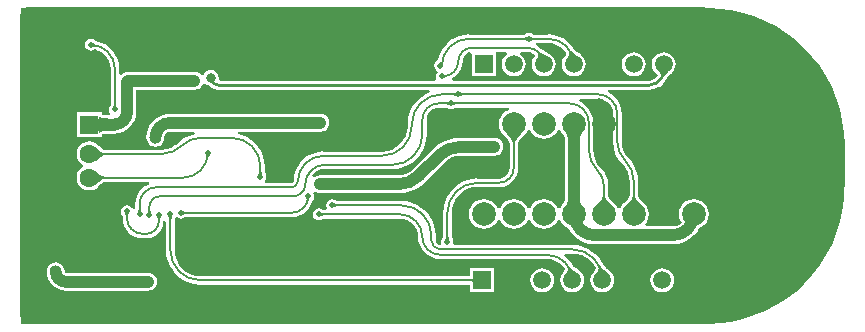
<source format=gbl>
G04 Layer_Physical_Order=2*
G04 Layer_Color=16711680*
%FSLAX25Y25*%
%MOIN*%
G70*
G01*
G75*
%ADD10C,0.03937*%
%ADD12C,0.00787*%
%ADD13C,0.01000*%
%ADD14C,0.05905*%
%ADD29C,0.07874*%
%ADD30C,0.06299*%
%ADD31R,0.06299X0.06299*%
%ADD32O,0.14961X0.11024*%
%ADD33C,0.05905*%
%ADD34R,0.05905X0.05905*%
%ADD35C,0.03150*%
%ADD36C,0.01968*%
G36*
X565591Y526739D02*
X565591Y526739D01*
X566374Y526728D01*
X569575Y526588D01*
X573522Y526069D01*
X577408Y525207D01*
X581205Y524010D01*
X584883Y522486D01*
X588415Y520648D01*
X591772Y518509D01*
X594931Y516085D01*
X597866Y513396D01*
X600555Y510461D01*
X602979Y507302D01*
X605118Y503945D01*
X606956Y500413D01*
X608480Y496735D01*
X609677Y492939D01*
X610539Y489052D01*
X611058Y485105D01*
X611231Y481156D01*
X611209Y481134D01*
X611209D01*
X611317Y480589D01*
Y467920D01*
X611261Y467430D01*
X611209Y467170D01*
X611209Y467169D01*
X611199Y466386D01*
X611058Y463165D01*
X610539Y459218D01*
X609677Y455331D01*
X608480Y451534D01*
X606956Y447856D01*
X605118Y444325D01*
X602979Y440967D01*
X600555Y437809D01*
X597866Y434873D01*
X594931Y432184D01*
X591772Y429760D01*
X588415Y427621D01*
X584883Y425783D01*
X581205Y424260D01*
X577409Y423062D01*
X573522Y422201D01*
X569575Y421681D01*
X566406Y421543D01*
X565624Y421530D01*
D01*
X564882Y421422D01*
X336622D01*
Y526848D01*
X565046D01*
X565591Y526739D01*
D02*
G37*
%LPC*%
G36*
X348252Y441967D02*
X347477Y441864D01*
X346755Y441565D01*
X346135Y441090D01*
X345659Y440470D01*
X345360Y439747D01*
X345258Y438972D01*
X345252D01*
X345377Y437710D01*
X345745Y436496D01*
X346343Y435377D01*
X347148Y434396D01*
X348129Y433591D01*
X349248Y432993D01*
X350462Y432625D01*
X351724Y432500D01*
Y432506D01*
X379000D01*
X379775Y432608D01*
X380497Y432907D01*
X381117Y433383D01*
X381593Y434003D01*
X381892Y434725D01*
X381994Y435500D01*
X381892Y436275D01*
X381593Y436997D01*
X381117Y437617D01*
X380497Y438093D01*
X379775Y438392D01*
X379000Y438494D01*
X351835D01*
X351465Y438795D01*
X351234Y439062D01*
X351144Y439747D01*
X350845Y440470D01*
X350369Y441090D01*
X349749Y441565D01*
X349027Y441864D01*
X348252Y441967D01*
D02*
G37*
G36*
X541000Y511987D02*
X539968Y511851D01*
X539007Y511453D01*
X538181Y510819D01*
X537547Y509993D01*
X537149Y509032D01*
X537013Y508000D01*
X537149Y506968D01*
X537547Y506007D01*
X538181Y505181D01*
X539007Y504547D01*
X539968Y504149D01*
X541000Y504013D01*
X542032Y504149D01*
X542993Y504547D01*
X543819Y505181D01*
X544453Y506007D01*
X544851Y506968D01*
X544987Y508000D01*
X544851Y509032D01*
X544453Y509993D01*
X543819Y510819D01*
X542993Y511453D01*
X542032Y511851D01*
X541000Y511987D01*
D02*
G37*
G36*
X550500Y439987D02*
X549468Y439851D01*
X548507Y439453D01*
X547681Y438819D01*
X547047Y437993D01*
X546649Y437032D01*
X546513Y436000D01*
X546649Y434968D01*
X547047Y434007D01*
X547681Y433181D01*
X548507Y432547D01*
X549468Y432149D01*
X550500Y432013D01*
X551532Y432149D01*
X552493Y432547D01*
X553319Y433181D01*
X553953Y434007D01*
X554351Y434968D01*
X554487Y436000D01*
X554351Y437032D01*
X553953Y437993D01*
X553319Y438819D01*
X552493Y439453D01*
X551532Y439851D01*
X550500Y439987D01*
D02*
G37*
G36*
X506000Y518523D02*
X505226Y518369D01*
X504569Y517931D01*
X504563Y517921D01*
X486000D01*
Y517926D01*
X484369Y517798D01*
X482778Y517416D01*
X481267Y516789D01*
X479872Y515935D01*
X478628Y514872D01*
X477565Y513628D01*
X476711Y512233D01*
X476084Y510722D01*
X475761Y509376D01*
X475726Y509369D01*
X475069Y508931D01*
X474631Y508274D01*
X474477Y507500D01*
X474631Y506726D01*
X475069Y506069D01*
X475105Y506045D01*
X475569Y505431D01*
X475131Y504774D01*
X474977Y504000D01*
X475113Y503317D01*
X475062Y503126D01*
X474649Y502529D01*
X403236D01*
X403149Y502565D01*
X402573Y503317D01*
X402597Y503500D01*
X402508Y504172D01*
X402249Y504799D01*
X401836Y505336D01*
X401299Y505749D01*
X400672Y506008D01*
X400000Y506097D01*
X399328Y506008D01*
X398702Y505749D01*
X398164Y505336D01*
X397751Y504799D01*
X397653Y504561D01*
X396764Y504426D01*
X396617Y504617D01*
X395997Y505093D01*
X395275Y505392D01*
X394500Y505494D01*
X372500D01*
Y505497D01*
X371625Y505382D01*
X370809Y505044D01*
X370208Y504584D01*
X369813Y504678D01*
X369421Y504904D01*
Y506500D01*
X369439D01*
X369258Y508342D01*
X368721Y510112D01*
X367848Y511744D01*
X366674Y513174D01*
X365244Y514348D01*
X363612Y515221D01*
X361842Y515758D01*
X361600Y515782D01*
X361599Y515782D01*
X361566Y515792D01*
X361542Y515802D01*
X361524Y515810D01*
X361514Y515816D01*
X361510Y515818D01*
X361495Y515834D01*
X361431Y515931D01*
X360774Y516369D01*
X360000Y516523D01*
X359226Y516369D01*
X358569Y515931D01*
X358131Y515274D01*
X357977Y514500D01*
X358131Y513726D01*
X358569Y513069D01*
X359226Y512631D01*
X360000Y512477D01*
X360774Y512631D01*
X361267Y512960D01*
X361271Y512962D01*
X361294Y512959D01*
X362521Y512586D01*
X363660Y511978D01*
X364658Y511158D01*
X365478Y510160D01*
X366087Y509021D01*
X366461Y507785D01*
X366585Y506530D01*
X366579Y506500D01*
Y494437D01*
X366569Y494431D01*
X366131Y493774D01*
X365977Y493000D01*
X366131Y492226D01*
X366485Y491696D01*
X366472Y491565D01*
X366368Y491270D01*
X366130Y490917D01*
X365224Y490947D01*
X364698Y491000D01*
X364256Y491070D01*
X363917Y491152D01*
X363690Y491235D01*
X363650Y491257D01*
Y492064D01*
X362676D01*
X362638Y492071D01*
X362599Y492064D01*
X355350D01*
Y483765D01*
X362599D01*
X362638Y483757D01*
X362676Y483765D01*
X363650D01*
Y484571D01*
X363690Y484593D01*
X363917Y484676D01*
X364256Y484758D01*
X364685Y484827D01*
X365872Y484915D01*
X366198Y484920D01*
X367777D01*
Y484910D01*
X369209Y485051D01*
X370586Y485469D01*
X371856Y486148D01*
X372969Y487061D01*
X373882Y488173D01*
X374560Y489443D01*
X374978Y490820D01*
X375119Y492253D01*
X375109D01*
Y499506D01*
X394500D01*
X395275Y499608D01*
X395997Y499907D01*
X396617Y500383D01*
X397093Y501003D01*
X397298Y501498D01*
X397966Y501679D01*
X398164Y501664D01*
X398702Y501251D01*
X399328Y500991D01*
X399389Y500983D01*
X399647Y500647D01*
X400483Y500006D01*
X401456Y499603D01*
X402500Y499466D01*
Y499471D01*
X472862D01*
X473018Y498683D01*
X471811Y498183D01*
X470282Y497246D01*
X468919Y496081D01*
X467754Y494718D01*
X466817Y493189D01*
X466130Y491532D01*
X465712Y489788D01*
X465571Y488000D01*
X465571D01*
X465569Y487213D01*
X465433Y485823D01*
X464943Y484210D01*
X464149Y482723D01*
X463080Y481421D01*
X461777Y480351D01*
X460290Y479557D01*
X458677Y479068D01*
X457063Y478908D01*
X457000Y478921D01*
X437500D01*
Y478942D01*
X435561Y478751D01*
X433696Y478185D01*
X431977Y477266D01*
X430470Y476030D01*
X429234Y474523D01*
X428315Y472804D01*
X427749Y470939D01*
X427558Y469000D01*
X427056Y468421D01*
X427038Y468413D01*
X427000Y468421D01*
X418372D01*
X418182Y468700D01*
X418023Y469208D01*
X418369Y469726D01*
X418523Y470500D01*
X418369Y471274D01*
X417931Y471931D01*
X417921Y471937D01*
Y474000D01*
X417927D01*
X417793Y475709D01*
X417393Y477377D01*
X416736Y478961D01*
X415840Y480423D01*
X414727Y481727D01*
X413423Y482840D01*
X411961Y483736D01*
X410377Y484393D01*
X409019Y484719D01*
X409112Y485506D01*
X436500D01*
X437275Y485608D01*
X437997Y485907D01*
X438617Y486383D01*
X439093Y487003D01*
X439392Y487725D01*
X439494Y488500D01*
X439392Y489275D01*
X439093Y489997D01*
X438617Y490617D01*
X437997Y491093D01*
X437275Y491392D01*
X436500Y491494D01*
X386500D01*
Y491507D01*
X384938Y491353D01*
X383436Y490898D01*
X382051Y490158D01*
X380838Y489162D01*
X379842Y487949D01*
X379102Y486564D01*
X378647Y485062D01*
X378493Y483500D01*
X378506D01*
X378608Y482725D01*
X378907Y482003D01*
X379383Y481383D01*
X380003Y480907D01*
X380725Y480608D01*
X381500Y480506D01*
X382275Y480608D01*
X382997Y480907D01*
X383617Y481383D01*
X384093Y482003D01*
X384392Y482725D01*
X384494Y483500D01*
X384494D01*
X384483Y483514D01*
X384633Y484273D01*
X385071Y484929D01*
X385727Y485366D01*
X386456Y485512D01*
X386500Y485506D01*
X394460D01*
X394589Y484750D01*
X392717Y484182D01*
X390992Y483260D01*
X389480Y482020D01*
X389480Y482020D01*
X388909Y481499D01*
X388206Y480923D01*
X386720Y480128D01*
X385107Y479639D01*
X383493Y479480D01*
X383430Y479493D01*
X364474D01*
X364391Y479513D01*
X364261Y479563D01*
X364090Y479648D01*
X363886Y479772D01*
X363670Y479923D01*
X362789Y480682D01*
X362534Y480934D01*
X362459Y481031D01*
X361593Y481696D01*
X360583Y482115D01*
X359500Y482257D01*
X358417Y482115D01*
X357407Y481696D01*
X356540Y481031D01*
X355875Y480164D01*
X355457Y479155D01*
X355315Y478072D01*
X355457Y476988D01*
X355875Y475979D01*
X356540Y475112D01*
X357215Y474595D01*
X357283Y474320D01*
Y473949D01*
X357215Y473674D01*
X356540Y473157D01*
X355875Y472290D01*
X355457Y471281D01*
X355315Y470198D01*
X355457Y469114D01*
X355875Y468105D01*
X356540Y467238D01*
X357407Y466573D01*
X358417Y466155D01*
X359500Y466012D01*
X360583Y466155D01*
X361593Y466573D01*
X362459Y467238D01*
X362534Y467335D01*
X362796Y467595D01*
X363399Y468135D01*
X363651Y468333D01*
X363886Y468497D01*
X364090Y468621D01*
X364261Y468707D01*
X364391Y468756D01*
X364474Y468777D01*
X379291D01*
X379408Y467989D01*
X379113Y467900D01*
X377915Y467260D01*
X376866Y466398D01*
X376004Y465348D01*
X375364Y464151D01*
X374970Y462851D01*
X374837Y461500D01*
X374843D01*
Y460110D01*
X374634Y459939D01*
X374522Y459915D01*
X373629Y460133D01*
X373431Y460431D01*
X372774Y460869D01*
X372000Y461023D01*
X371226Y460869D01*
X370569Y460431D01*
X370131Y459774D01*
X369977Y459000D01*
X370131Y458226D01*
X370569Y457569D01*
X370579Y457563D01*
Y456750D01*
X370574D01*
X370702Y455448D01*
X371082Y454195D01*
X371699Y453041D01*
X372530Y452030D01*
X373541Y451199D01*
X374695Y450582D01*
X375948Y450202D01*
X377250Y450074D01*
Y450079D01*
X378500D01*
Y450058D01*
X379953Y450250D01*
X381308Y450810D01*
X382470Y451703D01*
X383363Y452866D01*
X383924Y454220D01*
X384115Y455673D01*
X384115Y455673D01*
X384126Y455777D01*
X384406Y455919D01*
X385079Y455516D01*
Y446000D01*
X385071D01*
X385212Y444212D01*
X385630Y442468D01*
X386317Y440811D01*
X387254Y439282D01*
X388419Y437919D01*
X389782Y436754D01*
X391311Y435817D01*
X392968Y435130D01*
X394712Y434712D01*
X396500Y434571D01*
Y434579D01*
X486547D01*
Y432047D01*
X494453D01*
Y439953D01*
X486547D01*
Y437421D01*
X396500D01*
X396437Y437408D01*
X394823Y437568D01*
X393210Y438057D01*
X391723Y438851D01*
X390421Y439921D01*
X389351Y441223D01*
X388557Y442710D01*
X388068Y444323D01*
X387909Y445937D01*
X387921Y446000D01*
Y456563D01*
X387931Y456569D01*
X387955Y456605D01*
X388569Y457069D01*
X389226Y456631D01*
X390000Y456477D01*
X390774Y456631D01*
X391431Y457069D01*
X391437Y457079D01*
X427000D01*
Y457073D01*
X428351Y457206D01*
X429651Y457600D01*
X430849Y458240D01*
X431898Y459102D01*
X432760Y460151D01*
X433400Y461349D01*
X433634Y462119D01*
X433671Y462188D01*
X433720Y462345D01*
X433731Y462373D01*
X433745Y462404D01*
X433757Y462426D01*
X433766Y462442D01*
X433773Y462451D01*
X433775Y462453D01*
X433801Y462476D01*
X433811Y462489D01*
X433931Y462569D01*
X434369Y463226D01*
X434523Y464000D01*
X434369Y464774D01*
X434195Y465034D01*
X434778Y465580D01*
X435003Y465407D01*
X435725Y465108D01*
X436500Y465006D01*
X462358D01*
Y464991D01*
X464393Y465152D01*
X466378Y465628D01*
X468264Y466409D01*
X470004Y467476D01*
X471556Y468801D01*
X471546Y468812D01*
X478188Y475454D01*
X478213Y475487D01*
X479245Y476333D01*
X480457Y476981D01*
X481774Y477381D01*
X483101Y477511D01*
X483142Y477506D01*
X494500D01*
X495275Y477608D01*
X495997Y477907D01*
X496617Y478383D01*
X497093Y479003D01*
X497392Y479725D01*
X497494Y480500D01*
X497392Y481275D01*
X497093Y481997D01*
X496617Y482617D01*
X495997Y483093D01*
X495275Y483392D01*
X494500Y483494D01*
X483142D01*
Y483509D01*
X481107Y483348D01*
X479122Y482872D01*
X477236Y482091D01*
X475496Y481024D01*
X473944Y479699D01*
X473954Y479688D01*
X473954Y479688D01*
X467312Y473046D01*
X467287Y473013D01*
X466255Y472167D01*
X465042Y471519D01*
X463727Y471119D01*
X462399Y470989D01*
X462358Y470994D01*
X436500D01*
X435725Y470892D01*
X435003Y470593D01*
X434641Y470315D01*
X433870Y470591D01*
X433823Y470634D01*
X433805Y470839D01*
X434394Y471606D01*
X435450Y472417D01*
X436680Y472926D01*
X437937Y473092D01*
X438000Y473079D01*
X460500D01*
Y473071D01*
X462288Y473212D01*
X464032Y473630D01*
X465689Y474317D01*
X467218Y475254D01*
X468581Y476418D01*
X469746Y477782D01*
X470683Y479311D01*
X471370Y480968D01*
X471788Y482712D01*
X471929Y484500D01*
X471921D01*
Y489500D01*
X471914Y489537D01*
X472048Y490559D01*
X472457Y491546D01*
X473107Y492393D01*
X473954Y493043D01*
X474941Y493452D01*
X475963Y493586D01*
X476000Y493579D01*
X478563D01*
X478569Y493569D01*
X479226Y493131D01*
X480000Y492977D01*
X480774Y493131D01*
X481431Y493569D01*
X481437Y493579D01*
X499329D01*
X499486Y492792D01*
X498510Y492387D01*
X497479Y491596D01*
X496688Y490565D01*
X496190Y489364D01*
X496020Y488075D01*
X496190Y486786D01*
X496688Y485585D01*
X497479Y484554D01*
X497618Y484447D01*
X497960Y484104D01*
X498332Y483706D01*
X498952Y482969D01*
X499172Y482666D01*
X499346Y482391D01*
X499469Y482159D01*
X499544Y481977D01*
X499576Y481855D01*
X499579Y481825D01*
Y473500D01*
X499584Y473476D01*
X499465Y472572D01*
X499106Y471706D01*
X498536Y470964D01*
X497793Y470394D01*
X496928Y470035D01*
X496024Y469916D01*
X496000Y469921D01*
X488846D01*
Y469929D01*
X487059Y469788D01*
X485315Y469370D01*
X483658Y468683D01*
X482129Y467746D01*
X480765Y466581D01*
X479600Y465218D01*
X478663Y463689D01*
X477977Y462032D01*
X477558Y460288D01*
X477418Y458500D01*
X477425D01*
Y450283D01*
X477416Y450277D01*
X476977Y449621D01*
X476823Y448846D01*
X476886Y448531D01*
X476672Y448094D01*
X476310Y447783D01*
X476294Y447777D01*
X475893Y447856D01*
X475378Y448200D01*
X475034Y448715D01*
X474917Y449303D01*
X474921Y449322D01*
Y451000D01*
X474929D01*
X474788Y452788D01*
X474370Y454532D01*
X473683Y456189D01*
X472746Y457718D01*
X471582Y459082D01*
X470218Y460246D01*
X468689Y461183D01*
X467032Y461870D01*
X465288Y462288D01*
X463500Y462429D01*
Y462421D01*
X441937D01*
X441931Y462431D01*
X441274Y462869D01*
X440500Y463023D01*
X439726Y462869D01*
X439069Y462431D01*
X438631Y461774D01*
X438477Y461000D01*
X438631Y460226D01*
X438643Y460208D01*
X438222Y459421D01*
X437437D01*
X437431Y459431D01*
X436774Y459869D01*
X436000Y460023D01*
X435226Y459869D01*
X434569Y459431D01*
X434131Y458774D01*
X433977Y458000D01*
X434131Y457226D01*
X434569Y456569D01*
X435226Y456131D01*
X436000Y455977D01*
X436774Y456131D01*
X437431Y456569D01*
X437437Y456579D01*
X463000D01*
X463022Y456583D01*
X464187Y456469D01*
X465329Y456122D01*
X466381Y455560D01*
X467303Y454803D01*
X468060Y453881D01*
X468622Y452829D01*
X468969Y451687D01*
X469010Y451263D01*
X469070Y450500D01*
X469070D01*
X469213Y449051D01*
X469636Y447657D01*
X470323Y446372D01*
X471247Y445247D01*
X472372Y444323D01*
X473657Y443636D01*
X475051Y443213D01*
X476500Y443071D01*
Y443079D01*
X512000D01*
X512039Y443087D01*
X513383Y442954D01*
X514713Y442551D01*
X515939Y441895D01*
X517014Y441014D01*
X517896Y439939D01*
X517956Y439825D01*
X517959Y439815D01*
X517964Y439768D01*
X517958Y439678D01*
X517931Y439544D01*
X517873Y439367D01*
X517780Y439151D01*
X517649Y438900D01*
X517478Y438619D01*
X517255Y438291D01*
X517230Y438232D01*
X517047Y437993D01*
X516649Y437032D01*
X516513Y436000D01*
X516649Y434968D01*
X517047Y434007D01*
X517681Y433181D01*
X518507Y432547D01*
X519468Y432149D01*
X520500Y432013D01*
X521532Y432149D01*
X522493Y432547D01*
X523319Y433181D01*
X523953Y434007D01*
X524351Y434968D01*
X524487Y436000D01*
X524351Y437032D01*
X523953Y437993D01*
X523319Y438819D01*
X522825Y439198D01*
X522763Y439265D01*
X521655Y440058D01*
X521123Y440479D01*
X520738Y440825D01*
X520622Y440944D01*
X520547Y441034D01*
X520480Y441130D01*
X520472Y441139D01*
X520266Y441523D01*
X519030Y443030D01*
X517709Y444114D01*
X517935Y444901D01*
X520500D01*
X520563Y444914D01*
X522177Y444755D01*
X523790Y444266D01*
X525277Y443471D01*
X526580Y442402D01*
X527649Y441099D01*
X528229Y440013D01*
X528229Y439970D01*
X528212Y439868D01*
X528170Y439722D01*
X528094Y439538D01*
X527988Y439332D01*
X527628Y438780D01*
X527392Y438473D01*
X527349Y438386D01*
X527047Y437993D01*
X526649Y437032D01*
X526513Y436000D01*
X526649Y434968D01*
X527047Y434007D01*
X527681Y433181D01*
X528507Y432547D01*
X529468Y432149D01*
X530500Y432013D01*
X531532Y432149D01*
X532493Y432547D01*
X533319Y433181D01*
X533953Y434007D01*
X534351Y434968D01*
X534487Y436000D01*
X534351Y437032D01*
X533953Y437993D01*
X533319Y438819D01*
X533000Y439064D01*
X532941Y439134D01*
X532221Y439709D01*
X531656Y440198D01*
X531233Y440611D01*
X531090Y440769D01*
X530983Y440902D01*
X530919Y440996D01*
X530861Y441103D01*
X530853Y441113D01*
X530849Y441125D01*
X530837Y441139D01*
X530683Y441511D01*
X529746Y443040D01*
X528581Y444404D01*
X527218Y445569D01*
X525689Y446506D01*
X524032Y447192D01*
X522288Y447611D01*
X520500Y447751D01*
Y447743D01*
X481371D01*
X480807Y448531D01*
X480870Y448846D01*
X480716Y449621D01*
X480277Y450277D01*
X480267Y450283D01*
Y458500D01*
X480255Y458563D01*
X480414Y460177D01*
X480903Y461790D01*
X481698Y463277D01*
X482767Y464579D01*
X484070Y465649D01*
X485556Y466443D01*
X487169Y466932D01*
X488784Y467092D01*
X488846Y467079D01*
X496000D01*
Y467075D01*
X497253Y467199D01*
X498459Y467564D01*
X499569Y468158D01*
X500543Y468957D01*
X501342Y469931D01*
X501936Y471041D01*
X502301Y472247D01*
X502425Y473500D01*
X502421D01*
Y481825D01*
X502424Y481855D01*
X502457Y481977D01*
X502531Y482159D01*
X502654Y482391D01*
X502828Y482666D01*
X503042Y482961D01*
X504053Y484116D01*
X504382Y484447D01*
X504521Y484554D01*
X505312Y485585D01*
X505574Y486216D01*
X506426D01*
X506687Y485585D01*
X507479Y484554D01*
X508510Y483763D01*
X509711Y483265D01*
X511000Y483095D01*
X512289Y483265D01*
X513490Y483763D01*
X514521Y484554D01*
X515312Y485585D01*
X515574Y486216D01*
X516426D01*
X516687Y485585D01*
X517479Y484554D01*
X517578Y484478D01*
X517588Y484467D01*
X517652Y484373D01*
X517719Y484244D01*
X517786Y484078D01*
X517849Y483874D01*
X517904Y483632D01*
X517948Y483364D01*
X518005Y482675D01*
X518006Y482618D01*
Y463710D01*
X517982Y463102D01*
X517950Y462798D01*
X517904Y462518D01*
X517849Y462276D01*
X517786Y462072D01*
X517719Y461906D01*
X517652Y461777D01*
X517588Y461683D01*
X517578Y461672D01*
X517479Y461596D01*
X516687Y460565D01*
X516426Y459934D01*
X515574D01*
X515312Y460565D01*
X514521Y461596D01*
X513490Y462388D01*
X512289Y462885D01*
X511000Y463055D01*
X509711Y462885D01*
X508510Y462388D01*
X507479Y461596D01*
X506687Y460565D01*
X506426Y459934D01*
X505574D01*
X505312Y460565D01*
X504521Y461596D01*
X503490Y462388D01*
X502289Y462885D01*
X501000Y463055D01*
X499711Y462885D01*
X498510Y462388D01*
X497479Y461596D01*
X496688Y460565D01*
X496426Y459934D01*
X495574D01*
X495312Y460565D01*
X494521Y461596D01*
X493490Y462388D01*
X492289Y462885D01*
X491000Y463055D01*
X489711Y462885D01*
X488510Y462388D01*
X487479Y461596D01*
X486688Y460565D01*
X486190Y459364D01*
X486020Y458075D01*
X486190Y456786D01*
X486688Y455585D01*
X487479Y454554D01*
X488510Y453762D01*
X489711Y453265D01*
X491000Y453095D01*
X492289Y453265D01*
X493490Y453762D01*
X494521Y454554D01*
X495312Y455585D01*
X495574Y456216D01*
X496426D01*
X496688Y455585D01*
X497479Y454554D01*
X498510Y453762D01*
X499711Y453265D01*
X501000Y453095D01*
X502289Y453265D01*
X503490Y453762D01*
X504521Y454554D01*
X505312Y455585D01*
X505574Y456216D01*
X506426D01*
X506687Y455585D01*
X507479Y454554D01*
X508510Y453762D01*
X509711Y453265D01*
X511000Y453095D01*
X512289Y453265D01*
X513490Y453762D01*
X514521Y454554D01*
X515312Y455585D01*
X515574Y456216D01*
X516426D01*
X516687Y455585D01*
X517479Y454554D01*
X518510Y453762D01*
X519129Y453506D01*
X519684Y452468D01*
X520939Y450939D01*
X522468Y449684D01*
X524213Y448751D01*
X526106Y448177D01*
X528075Y447983D01*
Y448006D01*
X553925D01*
Y447983D01*
X555894Y448177D01*
X557787Y448751D01*
X559532Y449684D01*
X561061Y450939D01*
X562316Y452468D01*
X562871Y453506D01*
X563490Y453762D01*
X564521Y454554D01*
X565312Y455585D01*
X565810Y456786D01*
X565980Y458075D01*
X565810Y459364D01*
X565312Y460565D01*
X564521Y461596D01*
X563490Y462388D01*
X562289Y462885D01*
X561000Y463055D01*
X559711Y462885D01*
X558510Y462388D01*
X557479Y461596D01*
X556687Y460565D01*
X556190Y459364D01*
X556020Y458075D01*
X556190Y456786D01*
X556687Y455585D01*
X556908Y455298D01*
X556818Y455182D01*
X555971Y454532D01*
X554984Y454123D01*
X553965Y453989D01*
X553925Y453994D01*
X545007D01*
X544696Y454781D01*
X545312Y455585D01*
X545810Y456786D01*
X545980Y458075D01*
X545810Y459364D01*
X545312Y460565D01*
X544521Y461596D01*
X544382Y461702D01*
X544040Y462046D01*
X543668Y462444D01*
X543048Y463181D01*
X542828Y463484D01*
X542654Y463759D01*
X542531Y463991D01*
X542456Y464173D01*
X542424Y464295D01*
X542421Y464325D01*
Y468858D01*
X542429D01*
X542288Y470646D01*
X541870Y472390D01*
X541183Y474047D01*
X540246Y475576D01*
X539081Y476939D01*
X539081Y476939D01*
X538579Y477519D01*
X538150Y478042D01*
X537469Y479316D01*
X537050Y480698D01*
X536912Y482093D01*
X536921Y482136D01*
Y491500D01*
X536932D01*
X536779Y493047D01*
X536328Y494535D01*
X535595Y495907D01*
X534609Y497109D01*
X533407Y498095D01*
X532306Y498683D01*
X532504Y499471D01*
X546000D01*
Y499469D01*
X547274Y499594D01*
X548499Y499966D01*
X549163Y500320D01*
X549206Y500329D01*
X549314Y500401D01*
X549629Y500569D01*
X550618Y501382D01*
X551431Y502371D01*
X551885Y503220D01*
X551916Y503262D01*
X552010Y503452D01*
X552099Y503608D01*
X552196Y503758D01*
X552302Y503902D01*
X552417Y504040D01*
X552541Y504173D01*
X552676Y504301D01*
X552821Y504424D01*
X552973Y504539D01*
X552993Y504547D01*
X553061Y504599D01*
X553168Y504671D01*
X553206Y504710D01*
X553257Y504749D01*
X553293Y504772D01*
X553302Y504784D01*
X553819Y505181D01*
X554453Y506007D01*
X554851Y506968D01*
X554987Y508000D01*
X554851Y509032D01*
X554453Y509993D01*
X553819Y510819D01*
X552993Y511453D01*
X552032Y511851D01*
X551000Y511987D01*
X549968Y511851D01*
X549007Y511453D01*
X548181Y510819D01*
X547547Y509993D01*
X547149Y509032D01*
X547013Y508000D01*
X547149Y506968D01*
X547547Y506007D01*
X548181Y505181D01*
X548503Y504934D01*
X548511Y504920D01*
X548572Y504877D01*
X548620Y504820D01*
X548808Y504671D01*
X548924Y504561D01*
X548999Y504472D01*
X549040Y504409D01*
X549055Y504375D01*
X549057Y504366D01*
X549057Y504366D01*
X549017Y504268D01*
X549012Y504258D01*
X548461Y503539D01*
X547818Y503047D01*
X547740Y502986D01*
X546901Y502639D01*
X546028Y502524D01*
X546000Y502529D01*
X480628D01*
X480431Y503317D01*
X481069Y503658D01*
X482043Y504457D01*
X482842Y505431D01*
X483436Y506541D01*
X483801Y507747D01*
X483925Y509000D01*
X483925D01*
X484016Y509750D01*
X484022Y509798D01*
X484330Y510541D01*
X484820Y511180D01*
X485459Y511670D01*
X486202Y511978D01*
X486274Y511987D01*
X487047Y511295D01*
Y504047D01*
X494953D01*
Y511292D01*
X494953Y511953D01*
X495688Y512079D01*
X498533D01*
X498797Y511292D01*
X498181Y510819D01*
X497547Y509993D01*
X497149Y509032D01*
X497013Y508000D01*
X497149Y506968D01*
X497547Y506007D01*
X498181Y505181D01*
X499007Y504547D01*
X499968Y504149D01*
X501000Y504013D01*
X502032Y504149D01*
X502993Y504547D01*
X503819Y505181D01*
X504453Y506007D01*
X504851Y506968D01*
X504987Y508000D01*
X504851Y509032D01*
X504453Y509993D01*
X503819Y510819D01*
X503203Y511292D01*
X503467Y512079D01*
X505500D01*
X505537Y512086D01*
X506559Y511952D01*
X507546Y511543D01*
X508015Y511183D01*
X508015Y511123D01*
X507994Y510989D01*
X507943Y510802D01*
X507855Y510569D01*
X507727Y510296D01*
X507602Y510065D01*
X507547Y509993D01*
X507149Y509032D01*
X507013Y508000D01*
X507149Y506968D01*
X507547Y506007D01*
X508181Y505181D01*
X509007Y504547D01*
X509968Y504149D01*
X511000Y504013D01*
X512032Y504149D01*
X512993Y504547D01*
X513819Y505181D01*
X514453Y506007D01*
X514851Y506968D01*
X514987Y508000D01*
X514851Y509032D01*
X514453Y509993D01*
X513819Y510819D01*
X512993Y511453D01*
X512877Y511501D01*
X512420Y511748D01*
X510706Y512725D01*
X510345Y512958D01*
X510255Y513024D01*
X510182Y513085D01*
X510149Y513103D01*
X509348Y513760D01*
X508353Y514292D01*
X508551Y515079D01*
X512500D01*
X512538Y515087D01*
X513883Y514954D01*
X515213Y514551D01*
X516439Y513896D01*
X517514Y513014D01*
X518396Y511939D01*
X518456Y511825D01*
X518460Y511815D01*
X518464Y511767D01*
X518458Y511679D01*
X518431Y511544D01*
X518373Y511367D01*
X518280Y511151D01*
X518149Y510900D01*
X517978Y510619D01*
X517755Y510291D01*
X517730Y510232D01*
X517547Y509993D01*
X517149Y509032D01*
X517013Y508000D01*
X517149Y506968D01*
X517547Y506007D01*
X518181Y505181D01*
X519007Y504547D01*
X519968Y504149D01*
X521000Y504013D01*
X522032Y504149D01*
X522993Y504547D01*
X523819Y505181D01*
X524453Y506007D01*
X524851Y506968D01*
X524987Y508000D01*
X524851Y509032D01*
X524453Y509993D01*
X523819Y510819D01*
X523325Y511198D01*
X523263Y511265D01*
X522155Y512058D01*
X521623Y512479D01*
X521238Y512825D01*
X521122Y512944D01*
X521047Y513033D01*
X520980Y513130D01*
X520972Y513139D01*
X520766Y513523D01*
X519530Y515030D01*
X518023Y516266D01*
X516304Y517185D01*
X514439Y517751D01*
X512500Y517942D01*
Y517921D01*
X507437D01*
X507431Y517931D01*
X506774Y518369D01*
X506000Y518523D01*
D02*
G37*
G36*
X510500Y439987D02*
X509468Y439851D01*
X508507Y439453D01*
X507681Y438819D01*
X507047Y437993D01*
X506649Y437032D01*
X506513Y436000D01*
X506649Y434968D01*
X507047Y434007D01*
X507681Y433181D01*
X508507Y432547D01*
X509468Y432149D01*
X510500Y432013D01*
X511532Y432149D01*
X512493Y432547D01*
X513319Y433181D01*
X513953Y434007D01*
X514351Y434968D01*
X514487Y436000D01*
X514351Y437032D01*
X513953Y437993D01*
X513319Y438819D01*
X512493Y439453D01*
X511532Y439851D01*
X510500Y439987D01*
D02*
G37*
%LPD*%
G36*
X376660Y459395D02*
X376669Y459301D01*
X376684Y459211D01*
X376705Y459126D01*
X376731Y459045D01*
X376764Y458968D01*
X376802Y458895D01*
X376847Y458827D01*
X376897Y458763D01*
X376953Y458703D01*
X375575D01*
X375631Y458763D01*
X375681Y458827D01*
X375725Y458895D01*
X375764Y458968D01*
X375796Y459045D01*
X375823Y459126D01*
X375844Y459211D01*
X375858Y459301D01*
X375867Y459395D01*
X375870Y459493D01*
X376658D01*
X376660Y459395D01*
D02*
G37*
G36*
X530320Y496426D02*
X531550Y495917D01*
X532606Y495106D01*
X533417Y494050D01*
X533926Y492820D01*
X534092Y491563D01*
X534079Y491500D01*
Y482136D01*
X534057D01*
X534254Y480142D01*
X534835Y478225D01*
X535780Y476458D01*
X537051Y474909D01*
X537051Y474909D01*
X537572Y474337D01*
X538149Y473634D01*
X538943Y472148D01*
X539432Y470535D01*
X539592Y468921D01*
X539579Y468858D01*
Y464325D01*
X539576Y464295D01*
X539543Y464173D01*
X539469Y463991D01*
X539346Y463759D01*
X539172Y463484D01*
X538958Y463189D01*
X537947Y462034D01*
X537618Y461702D01*
X537479Y461596D01*
X536688Y460565D01*
X536426Y459934D01*
X535574D01*
X535313Y460565D01*
X534521Y461596D01*
X534382Y461702D01*
X534040Y462046D01*
X533668Y462444D01*
X533048Y463181D01*
X532828Y463484D01*
X532654Y463759D01*
X532531Y463991D01*
X532456Y464173D01*
X532424Y464295D01*
X532421Y464325D01*
Y467672D01*
X532434D01*
X532275Y469283D01*
X531805Y470833D01*
X531041Y472262D01*
X530014Y473514D01*
X530014Y473514D01*
X529492Y474085D01*
X528851Y474865D01*
X528057Y476352D01*
X527567Y477965D01*
X527409Y479579D01*
X527421Y479642D01*
Y488500D01*
X527432D01*
X527280Y490047D01*
X526828Y491535D01*
X526095Y492907D01*
X525109Y494109D01*
X523907Y495095D01*
X522604Y495792D01*
X522577Y495870D01*
X522945Y496579D01*
X529000D01*
X529063Y496592D01*
X530320Y496426D01*
D02*
G37*
G36*
X390763Y459133D02*
X390827Y459083D01*
X390896Y459038D01*
X390968Y459000D01*
X391045Y458967D01*
X391126Y458941D01*
X391211Y458920D01*
X391301Y458906D01*
X391395Y458897D01*
X391493Y458894D01*
Y458106D01*
X391395Y458103D01*
X391301Y458095D01*
X391211Y458080D01*
X391126Y458059D01*
X391045Y458033D01*
X390968Y458000D01*
X390896Y457962D01*
X390827Y457917D01*
X390763Y457867D01*
X390703Y457811D01*
Y459189D01*
X390763Y459133D01*
D02*
G37*
G36*
X379920Y459111D02*
X379929Y459018D01*
X379944Y458928D01*
X379965Y458843D01*
X379991Y458762D01*
X380024Y458685D01*
X380062Y458612D01*
X380106Y458544D01*
X380156Y458479D01*
X380213Y458419D01*
X378835D01*
X378891Y458479D01*
X378941Y458544D01*
X378985Y458612D01*
X379024Y458685D01*
X379056Y458762D01*
X379083Y458843D01*
X379103Y458928D01*
X379118Y459018D01*
X379127Y459111D01*
X379130Y459209D01*
X379917D01*
X379920Y459111D01*
D02*
G37*
G36*
X531417Y464112D02*
X531488Y463847D01*
X531606Y463558D01*
X531772Y463246D01*
X531984Y462911D01*
X532244Y462553D01*
X532905Y461766D01*
X533307Y461338D01*
X533756Y460887D01*
X528244D01*
X528693Y461338D01*
X529756Y462553D01*
X530016Y462911D01*
X530228Y463246D01*
X530394Y463558D01*
X530512Y463847D01*
X530583Y464112D01*
X530606Y464355D01*
X531394D01*
X531417Y464112D01*
D02*
G37*
G36*
X541417D02*
X541488Y463847D01*
X541606Y463558D01*
X541772Y463246D01*
X541984Y462911D01*
X542244Y462553D01*
X542906Y461766D01*
X543307Y461338D01*
X543756Y460887D01*
X538244D01*
X538693Y461338D01*
X539756Y462553D01*
X540016Y462911D01*
X540228Y463246D01*
X540394Y463558D01*
X540512Y463847D01*
X540583Y464112D01*
X540606Y464355D01*
X541394D01*
X541417Y464112D01*
D02*
G37*
G36*
X441263Y461633D02*
X441327Y461583D01*
X441396Y461538D01*
X441468Y461500D01*
X441545Y461468D01*
X441626Y461441D01*
X441711Y461420D01*
X441801Y461406D01*
X441895Y461397D01*
X441993Y461394D01*
Y460606D01*
X441895Y460603D01*
X441801Y460595D01*
X441711Y460580D01*
X441626Y460559D01*
X441545Y460533D01*
X441468Y460500D01*
X441396Y460462D01*
X441327Y460417D01*
X441263Y460367D01*
X441203Y460311D01*
Y461689D01*
X441263Y461633D01*
D02*
G37*
G36*
X522976Y463423D02*
X523039Y462661D01*
X523095Y462323D01*
X523165Y462012D01*
X523252Y461731D01*
X523354Y461477D01*
X523472Y461252D01*
X523606Y461055D01*
X523756Y460887D01*
X518244D01*
X518394Y461055D01*
X518528Y461252D01*
X518646Y461477D01*
X518748Y461731D01*
X518835Y462012D01*
X518905Y462323D01*
X518961Y462661D01*
X519000Y463028D01*
X519031Y463847D01*
X522968D01*
X522976Y463423D01*
D02*
G37*
G36*
X530047Y440465D02*
X530163Y440295D01*
X530314Y440107D01*
X530498Y439904D01*
X530966Y439447D01*
X531568Y438925D01*
X532305Y438337D01*
X528200Y437851D01*
X528460Y438190D01*
X528870Y438819D01*
X529020Y439110D01*
X529133Y439384D01*
X529209Y439642D01*
X529248Y439885D01*
X529250Y440111D01*
X529215Y440322D01*
X529143Y440516D01*
X529964Y440620D01*
X530047Y440465D01*
D02*
G37*
G36*
X479243Y450241D02*
X479252Y450147D01*
X479267Y450058D01*
X479287Y449973D01*
X479314Y449892D01*
X479347Y449815D01*
X479385Y449742D01*
X479429Y449674D01*
X479479Y449609D01*
X479535Y449549D01*
X478158D01*
X478214Y449609D01*
X478264Y449674D01*
X478308Y449742D01*
X478346Y449815D01*
X478379Y449892D01*
X478406Y449973D01*
X478426Y450058D01*
X478441Y450147D01*
X478450Y450241D01*
X478453Y450339D01*
X479240D01*
X479243Y450241D01*
D02*
G37*
G36*
X487571Y435213D02*
X487563Y435287D01*
X487539Y435354D01*
X487499Y435413D01*
X487443Y435465D01*
X487371Y435508D01*
X487284Y435543D01*
X487180Y435571D01*
X487060Y435591D01*
X486924Y435602D01*
X486772Y435606D01*
Y436394D01*
X486924Y436398D01*
X487060Y436410D01*
X487180Y436429D01*
X487284Y436457D01*
X487371Y436492D01*
X487443Y436535D01*
X487499Y436587D01*
X487539Y436646D01*
X487563Y436713D01*
X487571Y436787D01*
Y435213D01*
D02*
G37*
G36*
X519735Y440415D02*
X519865Y440260D01*
X520030Y440090D01*
X520466Y439699D01*
X521042Y439243D01*
X522169Y438436D01*
X518098Y437718D01*
X518336Y438067D01*
X518537Y438399D01*
X518701Y438712D01*
X518828Y439007D01*
X518918Y439284D01*
X518971Y439542D01*
X518987Y439783D01*
X518965Y440005D01*
X518907Y440209D01*
X518812Y440394D01*
X519640Y440553D01*
X519735Y440415D01*
D02*
G37*
G36*
X436763Y458633D02*
X436827Y458583D01*
X436896Y458538D01*
X436968Y458500D01*
X437045Y458467D01*
X437126Y458441D01*
X437211Y458420D01*
X437301Y458405D01*
X437395Y458397D01*
X437493Y458394D01*
Y457606D01*
X437395Y457603D01*
X437301Y457594D01*
X437211Y457580D01*
X437126Y457559D01*
X437045Y457533D01*
X436968Y457500D01*
X436896Y457462D01*
X436827Y457417D01*
X436763Y457367D01*
X436703Y457311D01*
Y458689D01*
X436763Y458633D01*
D02*
G37*
G36*
X372633Y458237D02*
X372583Y458173D01*
X372538Y458105D01*
X372500Y458032D01*
X372467Y457955D01*
X372441Y457874D01*
X372420Y457789D01*
X372406Y457699D01*
X372397Y457605D01*
X372394Y457507D01*
X371606D01*
X371603Y457605D01*
X371595Y457699D01*
X371580Y457789D01*
X371559Y457874D01*
X371533Y457955D01*
X371500Y458032D01*
X371462Y458105D01*
X371417Y458173D01*
X371367Y458237D01*
X371311Y458297D01*
X372689D01*
X372633Y458237D01*
D02*
G37*
G36*
X383306Y456954D02*
X383256Y456889D01*
X383212Y456821D01*
X383173Y456748D01*
X383141Y456671D01*
X383114Y456590D01*
X383094Y456505D01*
X383079Y456416D01*
X383070Y456322D01*
X383067Y456224D01*
X382279D01*
X382277Y456322D01*
X382268Y456416D01*
X382253Y456505D01*
X382232Y456590D01*
X382206Y456671D01*
X382173Y456748D01*
X382135Y456821D01*
X382090Y456889D01*
X382040Y456954D01*
X381984Y457014D01*
X383362D01*
X383306Y456954D01*
D02*
G37*
G36*
X387133Y457237D02*
X387083Y457173D01*
X387038Y457104D01*
X387000Y457032D01*
X386967Y456955D01*
X386941Y456874D01*
X386920Y456789D01*
X386906Y456699D01*
X386897Y456605D01*
X386894Y456507D01*
X386106D01*
X386103Y456605D01*
X386094Y456699D01*
X386080Y456789D01*
X386059Y456874D01*
X386033Y456955D01*
X386000Y457032D01*
X385962Y457104D01*
X385917Y457173D01*
X385867Y457237D01*
X385811Y457297D01*
X387189D01*
X387133Y457237D01*
D02*
G37*
G36*
X433123Y463238D02*
X433067Y463188D01*
X433013Y463132D01*
X432963Y463071D01*
X432915Y463004D01*
X432871Y462932D01*
X432830Y462855D01*
X432792Y462772D01*
X432758Y462684D01*
X432697Y462492D01*
X431899Y462559D01*
X431922Y462651D01*
X431937Y462741D01*
X431943Y462828D01*
X431941Y462912D01*
X431931Y462993D01*
X431912Y463072D01*
X431884Y463149D01*
X431848Y463222D01*
X431804Y463293D01*
X431751Y463362D01*
X433123Y463238D01*
D02*
G37*
G36*
X552595Y505515D02*
X552383Y505371D01*
X552183Y505219D01*
X551995Y505059D01*
X551818Y504891D01*
X551652Y504715D01*
X551499Y504531D01*
X551357Y504338D01*
X551227Y504138D01*
X551109Y503929D01*
X551002Y503713D01*
X549909Y503771D01*
X550002Y503963D01*
X550059Y504154D01*
X550081Y504343D01*
X550068Y504530D01*
X550020Y504715D01*
X549937Y504899D01*
X549819Y505081D01*
X549666Y505262D01*
X549478Y505441D01*
X549254Y505618D01*
X552595Y505515D01*
D02*
G37*
G36*
X477450Y508481D02*
X477440Y508386D01*
X477424Y508049D01*
X477425Y507976D01*
X477436Y507844D01*
X477446Y507785D01*
X477457Y507730D01*
X476307Y508465D01*
X476373Y508483D01*
X476433Y508511D01*
X476489Y508547D01*
X476540Y508593D01*
X476585Y508647D01*
X476625Y508711D01*
X476661Y508784D01*
X476691Y508866D01*
X476716Y508957D01*
X476736Y509057D01*
X477450Y508481D01*
D02*
G37*
G36*
X477751Y504648D02*
X477820Y504598D01*
X477891Y504557D01*
X477966Y504524D01*
X478043Y504499D01*
X478124Y504482D01*
X478208Y504474D01*
X478295Y504474D01*
X478385Y504482D01*
X478478Y504499D01*
X478494Y503699D01*
X478393Y503677D01*
X478206Y503624D01*
X478121Y503593D01*
X478041Y503557D01*
X477966Y503518D01*
X477896Y503476D01*
X477832Y503430D01*
X477773Y503381D01*
X477719Y503328D01*
X477686Y504705D01*
X477751Y504648D01*
D02*
G37*
G36*
X481797Y497311D02*
X481737Y497367D01*
X481673Y497417D01*
X481604Y497462D01*
X481532Y497500D01*
X481455Y497533D01*
X481374Y497559D01*
X481289Y497580D01*
X481199Y497594D01*
X481105Y497603D01*
X481007Y497606D01*
Y498394D01*
X481105Y498397D01*
X481199Y498406D01*
X481289Y498420D01*
X481374Y498441D01*
X481455Y498467D01*
X481532Y498500D01*
X481604Y498538D01*
X481673Y498583D01*
X481737Y498633D01*
X481797Y498689D01*
Y497311D01*
D02*
G37*
G36*
X483263Y498633D02*
X483327Y498583D01*
X483395Y498538D01*
X483468Y498500D01*
X483545Y498467D01*
X483626Y498441D01*
X483711Y498420D01*
X483801Y498406D01*
X483895Y498397D01*
X483993Y498394D01*
Y497606D01*
X483895Y497603D01*
X483801Y497594D01*
X483711Y497580D01*
X483626Y497559D01*
X483545Y497533D01*
X483468Y497500D01*
X483395Y497462D01*
X483327Y497417D01*
X483263Y497367D01*
X483203Y497311D01*
Y498689D01*
X483263Y498633D01*
D02*
G37*
G36*
X505297Y515811D02*
X505237Y515867D01*
X505173Y515917D01*
X505104Y515962D01*
X505032Y516000D01*
X504955Y516033D01*
X504874Y516059D01*
X504789Y516080D01*
X504699Y516094D01*
X504605Y516103D01*
X504507Y516106D01*
Y516894D01*
X504605Y516897D01*
X504699Y516905D01*
X504789Y516920D01*
X504874Y516941D01*
X504955Y516967D01*
X505032Y517000D01*
X505104Y517038D01*
X505173Y517083D01*
X505237Y517133D01*
X505297Y517189D01*
Y515811D01*
D02*
G37*
G36*
X506763Y517133D02*
X506827Y517083D01*
X506895Y517038D01*
X506968Y517000D01*
X507045Y516967D01*
X507126Y516941D01*
X507211Y516920D01*
X507301Y516905D01*
X507395Y516897D01*
X507493Y516894D01*
Y516106D01*
X507395Y516103D01*
X507301Y516094D01*
X507211Y516080D01*
X507126Y516059D01*
X507045Y516033D01*
X506968Y516000D01*
X506895Y515962D01*
X506827Y515917D01*
X506763Y515867D01*
X506703Y515811D01*
Y517189D01*
X506763Y517133D01*
D02*
G37*
G36*
X360798Y515088D02*
X360856Y515035D01*
X360920Y514986D01*
X360988Y514941D01*
X361062Y514900D01*
X361141Y514864D01*
X361225Y514831D01*
X361314Y514803D01*
X361408Y514778D01*
X361507Y514757D01*
X361461Y513965D01*
X361367Y513980D01*
X361276Y513987D01*
X361187Y513986D01*
X361102Y513978D01*
X361020Y513963D01*
X360942Y513939D01*
X360866Y513908D01*
X360794Y513870D01*
X360725Y513823D01*
X360659Y513769D01*
X360744Y515144D01*
X360798Y515088D01*
D02*
G37*
G36*
X509627Y512219D02*
X509768Y512117D01*
X510176Y511853D01*
X511925Y510857D01*
X512400Y510600D01*
X508443Y509477D01*
X508638Y509837D01*
X508795Y510173D01*
X508913Y510486D01*
X508993Y510775D01*
X509034Y511041D01*
X509036Y511282D01*
X508999Y511501D01*
X508924Y511695D01*
X508810Y511866D01*
X508658Y512013D01*
X509528Y512303D01*
X509627Y512219D01*
D02*
G37*
G36*
X520235Y512415D02*
X520365Y512260D01*
X520530Y512090D01*
X520966Y511699D01*
X521542Y511243D01*
X522669Y510436D01*
X518598Y509718D01*
X518836Y510067D01*
X519037Y510399D01*
X519201Y510712D01*
X519328Y511007D01*
X519418Y511284D01*
X519471Y511543D01*
X519487Y511783D01*
X519465Y512005D01*
X519407Y512209D01*
X519312Y512395D01*
X520140Y512553D01*
X520235Y512415D01*
D02*
G37*
G36*
X399646Y477694D02*
X399589Y477640D01*
X399536Y477582D01*
X399487Y477518D01*
X399443Y477449D01*
X399402Y477375D01*
X399366Y477296D01*
X399334Y477212D01*
X399305Y477123D01*
X399281Y477029D01*
X399261Y476930D01*
X398469Y476974D01*
X398483Y477069D01*
X398490Y477161D01*
X398489Y477249D01*
X398481Y477334D01*
X398465Y477416D01*
X398441Y477494D01*
X398410Y477570D01*
X398371Y477642D01*
X398324Y477711D01*
X398270Y477776D01*
X399646Y477694D01*
D02*
G37*
G36*
X503307Y484812D02*
X502244Y483597D01*
X501984Y483239D01*
X501772Y482904D01*
X501606Y482592D01*
X501488Y482303D01*
X501417Y482038D01*
X501394Y481796D01*
X500606D01*
X500583Y482038D01*
X500512Y482303D01*
X500394Y482592D01*
X500228Y482904D01*
X500016Y483239D01*
X499756Y483597D01*
X499094Y484384D01*
X498693Y484812D01*
X498244Y485263D01*
X503756D01*
X503307Y484812D01*
D02*
G37*
G36*
X362097Y479932D02*
X363044Y479117D01*
X363328Y478918D01*
X363597Y478755D01*
X363850Y478628D01*
X364087Y478538D01*
X364309Y478483D01*
X364515Y478465D01*
Y477678D01*
X364309Y477660D01*
X364087Y477605D01*
X363850Y477515D01*
X363597Y477388D01*
X363328Y477225D01*
X363044Y477026D01*
X362744Y476791D01*
X362097Y476211D01*
X361749Y475867D01*
Y480276D01*
X362097Y479932D01*
D02*
G37*
G36*
Y472058D02*
X363044Y471243D01*
X363328Y471044D01*
X363597Y470881D01*
X363850Y470754D01*
X364087Y470664D01*
X364309Y470609D01*
X364515Y470591D01*
Y469804D01*
X364309Y469786D01*
X364087Y469732D01*
X363850Y469641D01*
X363597Y469514D01*
X363328Y469351D01*
X363044Y469152D01*
X362744Y468917D01*
X362097Y468337D01*
X361749Y467993D01*
Y472402D01*
X362097Y472058D01*
D02*
G37*
G36*
X416897Y471895D02*
X416905Y471801D01*
X416920Y471711D01*
X416941Y471626D01*
X416967Y471545D01*
X417000Y471468D01*
X417038Y471395D01*
X417083Y471327D01*
X417133Y471263D01*
X417189Y471203D01*
X415811D01*
X415867Y471263D01*
X415917Y471327D01*
X415962Y471395D01*
X416000Y471468D01*
X416033Y471545D01*
X416059Y471626D01*
X416080Y471711D01*
X416094Y471801D01*
X416103Y471895D01*
X416106Y471993D01*
X416894D01*
X416897Y471895D01*
D02*
G37*
G36*
X479297Y494311D02*
X479237Y494367D01*
X479173Y494417D01*
X479105Y494462D01*
X479032Y494500D01*
X478955Y494532D01*
X478874Y494559D01*
X478789Y494580D01*
X478699Y494594D01*
X478605Y494603D01*
X478507Y494606D01*
Y495394D01*
X478605Y495397D01*
X478699Y495405D01*
X478789Y495420D01*
X478874Y495441D01*
X478955Y495468D01*
X479032Y495500D01*
X479105Y495538D01*
X479173Y495583D01*
X479237Y495633D01*
X479297Y495689D01*
Y494311D01*
D02*
G37*
G36*
X480763Y495633D02*
X480827Y495583D01*
X480896Y495538D01*
X480968Y495500D01*
X481045Y495468D01*
X481126Y495441D01*
X481211Y495420D01*
X481301Y495405D01*
X481395Y495397D01*
X481493Y495394D01*
Y494606D01*
X481395Y494603D01*
X481301Y494594D01*
X481211Y494580D01*
X481126Y494559D01*
X481045Y494532D01*
X480968Y494500D01*
X480896Y494462D01*
X480827Y494417D01*
X480763Y494367D01*
X480703Y494311D01*
Y495689D01*
X480763Y495633D01*
D02*
G37*
G36*
X368397Y494395D02*
X368406Y494301D01*
X368420Y494211D01*
X368441Y494126D01*
X368467Y494045D01*
X368500Y493968D01*
X368538Y493895D01*
X368583Y493827D01*
X368633Y493763D01*
X368689Y493703D01*
X367311D01*
X367367Y493763D01*
X367417Y493827D01*
X367462Y493895D01*
X367500Y493968D01*
X367532Y494045D01*
X367559Y494126D01*
X367580Y494211D01*
X367595Y494301D01*
X367603Y494395D01*
X367606Y494493D01*
X368394D01*
X368397Y494395D01*
D02*
G37*
G36*
X523606Y485095D02*
X523472Y484898D01*
X523354Y484673D01*
X523252Y484419D01*
X523165Y484137D01*
X523095Y483827D01*
X523039Y483489D01*
X523000Y483122D01*
X522968Y482303D01*
X519031D01*
X519024Y482727D01*
X518961Y483489D01*
X518905Y483827D01*
X518835Y484137D01*
X518748Y484419D01*
X518646Y484673D01*
X518528Y484898D01*
X518394Y485095D01*
X518244Y485263D01*
X523756D01*
X523606Y485095D01*
D02*
G37*
G36*
X362677Y490830D02*
X362795Y490631D01*
X362992Y490455D01*
X363267Y490304D01*
X363622Y490175D01*
X364055Y490070D01*
X364567Y489988D01*
X365157Y489929D01*
X366575Y489883D01*
Y485946D01*
X365827Y485934D01*
X364567Y485840D01*
X364055Y485759D01*
X363622Y485653D01*
X363267Y485525D01*
X362992Y485373D01*
X362795Y485197D01*
X362677Y484999D01*
X362638Y484777D01*
Y491052D01*
X362677Y490830D01*
D02*
G37*
D10*
X367777Y487914D02*
G03*
X372115Y492253I0J4339D01*
G01*
X348252Y438972D02*
G03*
X351724Y435500I3472J0D01*
G01*
X372500Y502500D02*
G03*
X372115Y502115I0J-385D01*
G01*
X462358Y468000D02*
G03*
X469429Y470929I0J10000D01*
G01*
X483142Y480500D02*
G03*
X476071Y477571I0J-10000D01*
G01*
X386500Y488500D02*
G03*
X381500Y483500I0J-5000D01*
G01*
X521000Y458075D02*
G03*
X528075Y451000I7075J0D01*
G01*
X553925D02*
G03*
X561000Y458075I0J7075D01*
G01*
X420000Y451240D02*
G03*
X430000Y441240I10000J0D01*
G01*
X372115Y492253D02*
Y502115D01*
X359500Y487914D02*
X367777D01*
X351724Y435500D02*
X379000D01*
X372500Y502500D02*
X394500D01*
X436500Y468000D02*
X462358D01*
X469429Y470929D02*
X476071Y477571D01*
X483142Y480500D02*
X494500D01*
X386500Y488500D02*
X436500D01*
X521000Y458075D02*
Y488075D01*
X528075Y451000D02*
X553925D01*
X420000Y451240D02*
Y451500D01*
X430000Y441240D02*
X454240D01*
D12*
X387498Y478936D02*
G03*
X390500Y481000I-4067J9133D01*
G01*
X383430Y478072D02*
G03*
X387498Y478936I0J9998D01*
G01*
X396535Y483500D02*
G03*
X390500Y481000I0J-8535D01*
G01*
X416500Y474000D02*
G03*
X407000Y483500I-9500J0D01*
G01*
X390761Y470198D02*
G03*
X399000Y478437I0J8239D01*
G01*
X460500Y474500D02*
G03*
X470500Y484500I0J10000D01*
G01*
X476000Y495000D02*
G03*
X470500Y489500I0J-5500D01*
G01*
X427000Y458500D02*
G03*
X432500Y464000I0J5500D01*
G01*
X488846Y468500D02*
G03*
X478847Y458500I0J-10000D01*
G01*
X496000Y468500D02*
G03*
X501000Y473500I0J5000D01*
G01*
X530500Y436322D02*
G03*
X520500Y446322I-10000J0D01*
G01*
X473500Y451000D02*
G03*
X463500Y461000I-10000J0D01*
G01*
X473500Y449322D02*
G03*
X476500Y446322I3000J0D01*
G01*
X520500Y436000D02*
G03*
X512000Y444500I-8500J0D01*
G01*
X470500Y450500D02*
G03*
X476500Y444500I6000J0D01*
G01*
X470500Y450500D02*
G03*
X463000Y458000I-7500J0D01*
G01*
X521000Y508000D02*
G03*
X512500Y516500I-8500J0D01*
G01*
X511000Y508000D02*
G03*
X505500Y513500I-5500J0D01*
G01*
X487000D02*
G03*
X482500Y509000I0J-4500D01*
G01*
X477500Y504000D02*
G03*
X482500Y509000I0J5000D01*
G01*
X486000Y516500D02*
G03*
X477000Y507500I0J-9000D01*
G01*
X372000Y456750D02*
G03*
X377250Y451500I5250J0D01*
G01*
X381764Y467000D02*
G03*
X376264Y461500I0J-5500D01*
G01*
X427000Y467000D02*
G03*
X429000Y469000I0J2000D01*
G01*
X437500Y477500D02*
G03*
X429000Y469000I0J-8500D01*
G01*
X383024Y464000D02*
G03*
X379524Y460500I0J-3500D01*
G01*
X427500Y464000D02*
G03*
X431500Y468000I0J4000D01*
G01*
X438000Y474500D02*
G03*
X431500Y468000I0J-6500D01*
G01*
X477000Y498000D02*
G03*
X467000Y488000I0J-10000D01*
G01*
X457000Y477500D02*
G03*
X467000Y487500I0J10000D01*
G01*
X368000Y506500D02*
G03*
X360000Y514500I-8000J0D01*
G01*
X378500Y451500D02*
G03*
X382673Y455673I0J4173D01*
G01*
X535500Y491500D02*
G03*
X529000Y498000I-6500J0D01*
G01*
X535500Y482136D02*
G03*
X538071Y475929I8778J0D01*
G01*
X541000Y468858D02*
G03*
X538071Y475929I-10000J0D01*
G01*
X526000Y488500D02*
G03*
X519500Y495000I-6500J0D01*
G01*
X526000Y479642D02*
G03*
X528929Y472571I10000J0D01*
G01*
X531000Y467672D02*
G03*
X529000Y472500I-6828J0D01*
G01*
X386500Y446000D02*
G03*
X396500Y436000I10000J0D01*
G01*
X359500Y478072D02*
X383430D01*
X396535Y483500D02*
X407000D01*
X416500Y470500D02*
Y474000D01*
X359500Y470198D02*
X390761D01*
X368000Y493000D02*
Y506500D01*
X476500Y507500D02*
X477000D01*
X480000Y495000D02*
X519500D01*
X476000D02*
X480000D01*
X438000Y474500D02*
X460500D01*
X470500Y484500D02*
Y489500D01*
X436000Y458000D02*
X463000D01*
X390000Y458500D02*
X427000D01*
X478847Y448846D02*
Y458500D01*
X488846Y468500D02*
X496000D01*
X501000Y473500D02*
Y488075D01*
X476500Y446322D02*
X520500D01*
X530500Y436000D02*
Y436322D01*
X473500Y449322D02*
Y451000D01*
X440500Y461000D02*
X463500D01*
X476500Y444500D02*
X512000D01*
X506000Y516500D02*
X512500D01*
X486000D02*
X506000D01*
X487000Y513500D02*
X505500D01*
X477000Y504000D02*
X477500D01*
X482500Y498000D02*
X529000D01*
X477000D02*
X482500D01*
X377250Y451500D02*
X378500D01*
X372000Y456750D02*
Y459000D01*
X376264Y458000D02*
Y461500D01*
X381764Y467000D02*
X427000D01*
X437500Y477500D02*
X457000D01*
X379524Y457717D02*
Y460500D01*
X383024Y464000D02*
X427500D01*
X467000Y487500D02*
Y488000D01*
X382673Y455673D02*
Y457717D01*
X535500Y482136D02*
Y491500D01*
X541000Y458075D02*
Y468858D01*
X526000Y479642D02*
Y488500D01*
X528929Y472571D02*
X529000Y472500D01*
X531000Y458075D02*
Y467672D01*
X386500Y446000D02*
Y458000D01*
X396500Y436000D02*
X490500D01*
D13*
X400000Y503500D02*
G03*
X402500Y501000I2500J0D01*
G01*
X548621Y501742D02*
G03*
X551000Y506000I-2621J4258D01*
G01*
X546000Y501000D02*
G03*
X548621Y501742I0J5000D01*
G01*
X402500Y501000D02*
X546000D01*
X551000Y506000D02*
Y508000D01*
D14*
X533130Y523922D02*
G03*
X531000Y521792I0J-2130D01*
G01*
X565623Y424540D02*
G03*
X608392Y469154I-922J43691D01*
G01*
Y480167D02*
G03*
X563607Y523922I-44270J-515D01*
G01*
X339547Y523922D02*
X563607D01*
X531000Y508000D02*
Y521792D01*
X339547Y424347D02*
X483500D01*
X483693Y424540D02*
X500500D01*
X608392Y469154D02*
Y480167D01*
X339547Y514500D02*
Y523922D01*
Y488500D02*
Y501000D01*
Y514500D01*
Y424347D02*
Y448500D01*
Y488500D01*
X500500Y424540D02*
X565623D01*
D29*
X491000Y458075D02*
D03*
Y488075D02*
D03*
X501000Y458075D02*
D03*
Y488075D02*
D03*
X511000Y458075D02*
D03*
Y488075D02*
D03*
X521000Y458075D02*
D03*
Y488075D02*
D03*
X531000Y458075D02*
D03*
Y488075D02*
D03*
X541000Y458075D02*
D03*
Y488075D02*
D03*
X551000Y458075D02*
D03*
Y488075D02*
D03*
X561000D02*
D03*
Y458075D02*
D03*
D30*
X359500Y470198D02*
D03*
Y460355D02*
D03*
Y478072D02*
D03*
D31*
Y487914D02*
D03*
D32*
X348831Y448269D02*
D03*
Y500001D02*
D03*
D33*
X550500Y436000D02*
D03*
X540500D02*
D03*
X530500D02*
D03*
X520500D02*
D03*
X500500D02*
D03*
X510500D02*
D03*
X551000Y508000D02*
D03*
X541000D02*
D03*
X531000D02*
D03*
X521000D02*
D03*
X501000D02*
D03*
X511000D02*
D03*
D34*
X490500Y436000D02*
D03*
X491000Y508000D02*
D03*
D35*
X348252Y438972D02*
D03*
X379000Y435500D02*
D03*
X494500Y480500D02*
D03*
X436500Y488500D02*
D03*
Y468000D02*
D03*
X381500Y483500D02*
D03*
X574500Y425500D02*
D03*
X582000Y428000D02*
D03*
X588500Y431500D02*
D03*
X594000Y436000D02*
D03*
X599000Y441500D02*
D03*
X603500Y448000D02*
D03*
X606500Y455000D02*
D03*
X608000Y462500D02*
D03*
X608392Y469154D02*
D03*
Y475000D02*
D03*
Y480167D02*
D03*
X608000Y486500D02*
D03*
X606500Y493500D02*
D03*
X603000Y500500D02*
D03*
X598500Y507500D02*
D03*
X593500Y513000D02*
D03*
X587000Y517500D02*
D03*
X580500Y520500D02*
D03*
X573000Y523000D02*
D03*
X346000Y424347D02*
D03*
X352453D02*
D03*
X358906D02*
D03*
X371811D02*
D03*
X365358D02*
D03*
X391169D02*
D03*
X397622D02*
D03*
X384717D02*
D03*
X378264D02*
D03*
X429886D02*
D03*
X436339D02*
D03*
X449244D02*
D03*
X442791D02*
D03*
X416980D02*
D03*
X423433D02*
D03*
X410528D02*
D03*
X404075D02*
D03*
X481508D02*
D03*
X487960D02*
D03*
X500866D02*
D03*
X494413D02*
D03*
X468602D02*
D03*
X475055D02*
D03*
X462149D02*
D03*
X455697D02*
D03*
X533130D02*
D03*
X539582D02*
D03*
X552488D02*
D03*
X546035D02*
D03*
X520224D02*
D03*
X526677D02*
D03*
X513771D02*
D03*
X507319D02*
D03*
X565393D02*
D03*
X558941D02*
D03*
X339547D02*
D03*
Y430800D02*
D03*
Y437253D02*
D03*
Y450158D02*
D03*
Y443706D02*
D03*
Y469517D02*
D03*
Y475969D02*
D03*
Y463064D02*
D03*
Y456611D02*
D03*
Y508233D02*
D03*
Y514686D02*
D03*
Y495328D02*
D03*
Y501780D02*
D03*
Y488875D02*
D03*
Y482422D02*
D03*
X552488Y523922D02*
D03*
X558941D02*
D03*
X565393D02*
D03*
X500866D02*
D03*
X507319D02*
D03*
X520224D02*
D03*
X513771D02*
D03*
X539582D02*
D03*
X546035D02*
D03*
X533130D02*
D03*
X526677D02*
D03*
X449244D02*
D03*
X455697D02*
D03*
X468602D02*
D03*
X462149D02*
D03*
X487960D02*
D03*
X494413D02*
D03*
X481508D02*
D03*
X475055D02*
D03*
X397622D02*
D03*
X404075D02*
D03*
X416980D02*
D03*
X410528D02*
D03*
X436339D02*
D03*
X442791D02*
D03*
X429886D02*
D03*
X423433D02*
D03*
X371811D02*
D03*
X378264D02*
D03*
X391169D02*
D03*
X384717D02*
D03*
X358906D02*
D03*
X365358D02*
D03*
X352453D02*
D03*
X346000D02*
D03*
X339547D02*
D03*
X420000Y451500D02*
D03*
X454240Y441240D02*
D03*
X372500Y502500D02*
D03*
X394500D02*
D03*
X400000Y503500D02*
D03*
D36*
X368000Y493000D02*
D03*
X476500Y507500D02*
D03*
X480000Y495000D02*
D03*
X432500Y464000D02*
D03*
X440500Y461000D02*
D03*
X436000Y458000D02*
D03*
X506000Y516500D02*
D03*
X477000Y504000D02*
D03*
X482500Y498000D02*
D03*
X372000Y459000D02*
D03*
X399000Y478437D02*
D03*
X416500Y470500D02*
D03*
X390000Y458500D02*
D03*
X360000Y514500D02*
D03*
X376264Y458000D02*
D03*
X379524Y457717D02*
D03*
X382673D02*
D03*
X386500Y458000D02*
D03*
X478847Y448846D02*
D03*
M02*

</source>
